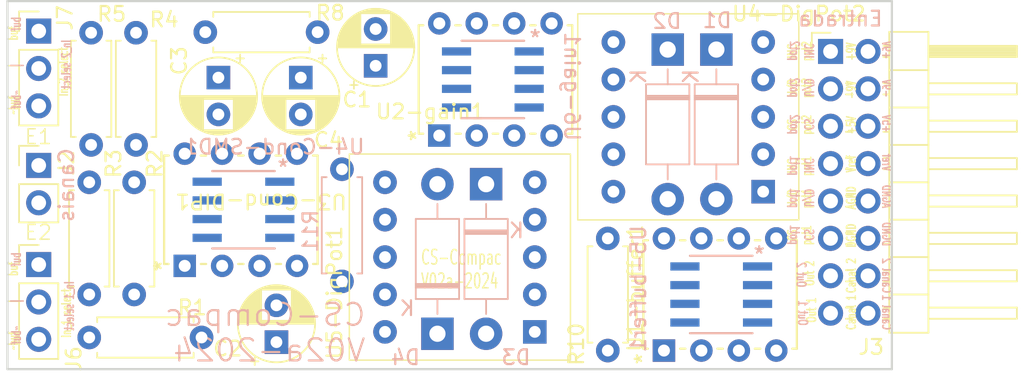
<source format=kicad_pcb>
(kicad_pcb (version 20221018) (generator pcbnew)
  (layers (0 "F.Cu" signal) (31 "B.Cu" signal) (34 "B.Paste" user) (35 "F.Paste" user) (36 "B.SilkS" user "B.Silkscreen") (37 "F.SilkS" user "F.Silkscreen") (38 "B.Mask" user) (39 "F.Mask" user) (44 "Edge.Cuts" user))
  (net 0 "")
  (net 1 "Out_1")
  (net 2 "Earth")
  (net 3 "nó2")
  (net 4 "nó1")
  (net 5 "nó4")
  (net 6 "nó3")
  (net 7 "Out_2")
  (net 8 "Vref")
  (net 9 "Canal_2")
  (net 10 "Canal_1")
  (net 11 "-9V")
  (net 12 "+9V")
  (net 13 "Pot1_CS_(X9c104)")
  (net 14 "Pot1_X9c10x_U{slash}D")
  (net 15 "Pot1_X9c10x_INC")
  (net 16 "Pot2_CS_(X9c104)")
  (net 17 "Pot2_X9c10x_U{slash}D")
  (net 18 "Pot2_X9c10x_INC")
  (net 19 "Canal_1_buffer")
  (net 20 "In_gain_1")
  (net 21 "Canal_2_buffer")
  (net 22 "In_gain_2")
  (net 23 "Canal_1_gain")
  (net 24 "Canal_2_gain")
  (net 25 "+5V")
  (net 26 "GND")
  (net 27 "auxiliar_1")
  (net 28 "auxiliar_2")
  (footprint "X9c10X_module:X9c10X_module" (layer "F.Cu") (at 137.795 102.489 180)
    (fp_text reference "U5-DigPot1" (at 8.509 -2.413 90) (layer "F.SilkS"))
    (fp_text value "X9c10x")
    (pad "1" thru_hole rect (at -5.08 -5.08 180) (size 1.6 1.6) (drill 0.8) (layers "*.Cu" "*.Mask") (net 25 "+5V"))
    (pad "2" thru_hole oval (at -5.08 -2.54 180) (size 1.6 1.6) (drill 0.8) (layers "*.Cu" "*.Mask") (net 26 "GND"))
    (pad "3" thru_hole oval (at -5.08 0 180) (size 1.6 1.6) (drill 0.8) (layers "*.Cu" "*.Mask") (net 15 "Pot1_X9c10x_INC"))
    (pad "4" thru_hole oval (at -5.08 2.54 180) (size 1.6 1.6) (drill 0.8) (layers "*.Cu" "*.Mask") (net 14 "Pot1_X9c10x_U{slash}D"))
    (pad "5" thru_hole oval (at -5.08 5.08 180) (size 1.6 1.6) (drill 0.8) (layers "*.Cu" "*.Mask") (net 13 "Pot1_CS_(X9c104)"))
    (pad "6" thru_hole oval (at 5.08 5.08 180) (size 1.6 1.6) (drill 0.8) (layers "*.Cu" "*.Mask") (net 26 "GND"))
    (pad "7" thru_hole oval (at 5.08 2.54 180) (size 1.6 1.6) (drill 0.8) (layers "*.Cu" "*.Mask") (net 20 "In_gain_1"))
    (pad "8" thru_hole oval (at 5.08 0 180) (size 1.6 1.6) (drill 0.8) (layers "*.Cu" "*.Mask") (net 27 "auxiliar_1"))
    (pad "9" thru_hole oval (at 5.08 -2.54 180) (size 1.6 1.6) (drill 0.8) (layers "*.Cu" "*.Mask") (net 27 "auxiliar_1"))
    (pad "10" thru_hole oval (at 5.08 -5.08 180) (size 1.6 1.6) (drill 0.8) (layers "*.Cu" "*.Mask") (net 25 "+5V"))
  )
  (footprint "Capacitor_THT:CP_Radial_D5.0mm_P2.50mm" (layer "F.Cu") (at 121.412 90.297 -90)
    (fp_text reference "C3" (at -1.143 2.667 90) (layer "F.SilkS"))
    (fp_text value "1 uF")
    (pad "1" thru_hole rect (at 0 0 270) (size 1.6 1.6) (drill 0.8) (layers "*.Cu" "*.Mask") (net 5 "nó4"))
    (pad "2" thru_hole circle (at 2.5 0 270) (size 1.6 1.6) (drill 0.8) (layers "*.Cu" "*.Mask") (net 6 "nó3"))
  )
  (footprint "Connector_PinHeader_2.54mm:PinHeader_1x03_P2.54mm_Vertical" (layer "F.Cu") (at 109.22 87.137)
    (fp_text reference "J7" (at 1.778 -0.904 -90) (layer "F.SilkS"))
    (fp_text value "In_2 select" (at 1.68 2.763 90) (layer "F.SilkS") (effects (font (size 0.6 0.4) (thickness 0.1))))
    (pad "1" thru_hole rect (at 0 0) (size 1.7 1.7) (drill 1) (layers "*.Cu" "*.Mask") (net 21 "Canal_2_buffer"))
    (pad "2" thru_hole oval (at 0 2.54) (size 1.7 1.7) (drill 1) (layers "*.Cu" "*.Mask") (net 22 "In_gain_2"))
    (pad "3" thru_hole oval (at 0 5.08) (size 1.7 1.7) (drill 1) (layers "*.Cu" "*.Mask") (net 9 "Canal_2"))
  )
  (footprint "Resistor_THT:R_Axial_DIN0207_L6.3mm_D2.5mm_P7.62mm_Horizontal" (layer "F.Cu") (at 112.649 107.95)
    (fp_text reference "R1" (at 6.985 -2.032) (layer "F.SilkS"))
    (fp_text value "220")
    (pad "1" thru_hole circle (at 0 0) (size 1.6 1.6) (drill 0.8) (layers "*.Cu" "*.Mask") (net 3 "nó2"))
    (pad "2" thru_hole oval (at 7.62 0) (size 1.6 1.6) (drill 0.8) (layers "*.Cu" "*.Mask") (net 1 "Out_1"))
  )
  (footprint "Resistor_THT:R_Axial_DIN0207_L6.3mm_D2.5mm_P7.62mm_Horizontal" (layer "F.Cu") (at 112.649 105.029 90)
    (fp_text reference "R3" (at 8.89 1.651 270) (layer "F.SilkS"))
    (fp_text value "100k")
    (pad "1" thru_hole circle (at 0 0 90) (size 1.6 1.6) (drill 0.8) (layers "*.Cu" "*.Mask") (net 3 "nó2"))
    (pad "2" thru_hole oval (at 7.62 0 90) (size 1.6 1.6) (drill 0.8) (layers "*.Cu" "*.Mask") (net 2 "Earth"))
  )
  (footprint "Resistor_THT:R_Axial_DIN0207_L6.3mm_D2.5mm_P7.62mm_Horizontal" (layer "F.Cu") (at 115.697 97.409 -90)
    (fp_text reference "R2" (at -1.27 -1.397 90) (layer "F.SilkS"))
    (fp_text value "100k")
    (pad "1" thru_hole circle (at 0 0 270) (size 1.6 1.6) (drill 0.8) (layers "*.Cu" "*.Mask") (net 8 "Vref"))
    (pad "2" thru_hole oval (at 7.62 0 270) (size 1.6 1.6) (drill 0.8) (layers "*.Cu" "*.Mask") (net 3 "nó2"))
  )
  (footprint "Capacitor_THT:CP_Radial_D5.0mm_P2.50mm" (layer "F.Cu") (at 127 90.297 -90)
    (fp_text reference "C4" (at 4.2418 -1.8796 -180) (layer "F.SilkS"))
    (fp_text value "470 pF")
    (pad "1" thru_hole rect (at 0 0 270) (size 1.6 1.6) (drill 0.8) (layers "*.Cu" "*.Mask") (net 7 "Out_2"))
    (pad "2" thru_hole circle (at 2.5 0 270) (size 1.6 1.6) (drill 0.8) (layers "*.Cu" "*.Mask") (net 2 "Earth"))
  )
  (footprint "AD828:N_8_ADI" (layer "F.Cu") (at 119.126 103.084 90)
    (fp_text reference "U3-Cond-DIP1" (at 4.3796 5.1816 180 unlocked) (layer "F.SilkS"))
    (fp_text value "AD828AN")
    (fp_text user "*" (at 0 -1.524 90 unlocked) (layer "F.SilkS"))
    (fp_text user "*" (at 0 -1.524 90) (layer "F.SilkS"))
    (pad "1" thru_hole rect (at 0 0 90) (size 1.524 1.524) (drill 0.8128) (layers "*.Cu" "*.Mask") (net 4 "nó1"))
    (pad "2" thru_hole circle (at 0 2.54 90) (size 1.524 1.524) (drill 0.8128) (layers "*.Cu" "*.Mask") (net 4 "nó1"))
    (pad "3" thru_hole circle (at 0 5.08 90) (size 1.524 1.524) (drill 0.8128) (layers "*.Cu" "*.Mask") (net 23 "Canal_1_gain"))
    (pad "4" thru_hole circle (at 0 7.62 90) (size 1.524 1.524) (drill 0.8128) (layers "*.Cu" "*.Mask") (net 11 "-9V"))
    (pad "5" thru_hole circle (at 7.62 7.62 90) (size 1.524 1.524) (drill 0.8128) (layers "*.Cu" "*.Mask") (net 24 "Canal_2_gain"))
    (pad "6" thru_hole circle (at 7.62 5.08 90) (size 1.524 1.524) (drill 0.8128) (layers "*.Cu" "*.Mask") (net 6 "nó3"))
    (pad "7" thru_hole circle (at 7.62 2.54 90) (size 1.524 1.524) (drill 0.8128) (layers "*.Cu" "*.Mask") (net 6 "nó3"))
    (pad "8" thru_hole circle (at 7.62 0 90) (size 1.524 1.524) (drill 0.8128) (layers "*.Cu" "*.Mask") (net 12 "+9V"))
  )
  (footprint "AD828:N_8_ADI" (layer "F.Cu") (at 151.638 108.839 90)
    (fp_text reference "U1-buffer1" (at 4.239 -1.938 90 unlocked) (layer "F.SilkS"))
    (fp_text value "AD828AN")
    (fp_text user "*" (at -0.561 -1.438 90 unlocked) (layer "F.SilkS"))
    (pad "1" thru_hole rect (at 0 0 90) (size 1.524 1.524) (drill 0.8128) (layers "*.Cu" "*.Mask") (net 19 "Canal_1_buffer"))
    (pad "2" thru_hole circle (at 0 2.54 90) (size 1.524 1.524) (drill 0.8128) (layers "*.Cu" "*.Mask") (net 19 "Canal_1_buffer"))
    (pad "3" thru_hole circle (at 0 5.08 90) (size 1.524 1.524) (drill 0.8128) (layers "*.Cu" "*.Mask") (net 10 "Canal_1"))
    (pad "4" thru_hole circle (at 0 7.62 90) (size 1.524 1.524) (drill 0.8128) (layers "*.Cu" "*.Mask") (net 11 "-9V"))
    (pad "5" thru_hole circle (at 7.62 7.62 90) (size 1.524 1.524) (drill 0.8128) (layers "*.Cu" "*.Mask") (net 9 "Canal_2"))
    (pad "6" thru_hole circle (at 7.62 5.08 90) (size 1.524 1.524) (drill 0.8128) (layers "*.Cu" "*.Mask") (net 21 "Canal_2_buffer"))
    (pad "7" thru_hole circle (at 7.62 2.54 90) (size 1.524 1.524) (drill 0.8128) (layers "*.Cu" "*.Mask") (net 21 "Canal_2_buffer"))
    (pad "8" thru_hole circle (at 7.62 0 90) (size 1.524 1.524) (drill 0.8128) (layers "*.Cu" "*.Mask") (net 12 "+9V"))
  )
  (footprint "Capacitor_THT:CP_Radial_D5.0mm_P2.50mm" (layer "F.Cu") (at 132.08 89.495 90)
    (fp_text reference "C1" (at -2.3006 -1.27 180) (layer "F.SilkS"))
    (fp_text value "470 pF")
    (pad "1" thru_hole rect (at 0 0 90) (size 1.6 1.6) (drill 0.8) (layers "*.Cu" "*.Mask") (net 1 "Out_1"))
    (pad "2" thru_hole circle (at 2.5 0 90) (size 1.6 1.6) (drill 0.8) (layers "*.Cu" "*.Mask") (net 2 "Earth"))
  )
  (footprint "Resistor_THT:R_Axial_DIN0207_L6.3mm_D2.5mm_P7.62mm_Horizontal" (layer "F.Cu") (at 112.776 87.249 -90)
    (fp_text reference "R5" (at -1.27 -1.397 -180) (layer "F.SilkS"))
    (fp_text value "100k")
    (pad "1" thru_hole circle (at 0 0 270) (size 1.6 1.6) (drill 0.8) (layers "*.Cu" "*.Mask") (net 5 "nó4"))
    (pad "2" thru_hole oval (at 7.62 0 270) (size 1.6 1.6) (drill 0.8) (layers "*.Cu" "*.Mask") (net 2 "Earth"))
  )
  (footprint "AD828:N_8_ADI" (layer "F.Cu") (at 136.398 94.234 90)
    (fp_text reference "U2-gain1" (at 1.6256 -0.6096 unlocked) (layer "F.SilkS"))
    (fp_text value "AD828AN")
    (fp_text user "*" (at 0 -1.524 90 unlocked) (layer "F.SilkS"))
    (fp_text user "*" (at 0 -1.524 90) (layer "F.SilkS"))
    (pad "1" thru_hole rect (at 0 0 90) (size 1.524 1.524) (drill 0.8128) (layers "*.Cu" "*.Mask") (net 23 "Canal_1_gain"))
    (pad "2" thru_hole circle (at 0 2.54 90) (size 1.524 1.524) (drill 0.8128) (layers "*.Cu" "*.Mask") (net 27 "auxiliar_1"))
    (pad "3" thru_hole circle (at 0 5.08 90) (size 1.524 1.524) (drill 0.8128) (layers "*.Cu" "*.Mask") (net 2 "Earth"))
    (pad "4" thru_hole circle (at 0 7.62 90) (size 1.524 1.524) (drill 0.8128) (layers "*.Cu" "*.Mask") (net 11 "-9V"))
    (pad "5" thru_hole circle (at 7.62 7.62 90) (size 1.524 1.524) (drill 0.8128) (layers "*.Cu" "*.Mask") (net 2 "Earth"))
    (pad "6" thru_hole circle (at 7.62 5.08 90) (size 1.524 1.524) (drill 0.8128) (layers "*.Cu" "*.Mask") (net 28 "auxiliar_2"))
    (pad "7" thru_hole circle (at 7.62 2.54 90) (size 1.524 1.524) (drill 0.8128) (layers "*.Cu" "*.Mask") (net 24 "Canal_2_gain"))
    (pad "8" thru_hole circle (at 7.62 0 90) (size 1.524 1.524) (drill 0.8128) (layers "*.Cu" "*.Mask") (net 12 "+9V"))
  )
  (footprint "Connector_PinHeader_2.54mm:PinHeader_1x03_P2.54mm_Vertical" (layer "F.Cu") (at 109.22 102.997)
    (fp_text reference "J6" (at 2.38 6.403 90) (layer "F.SilkS"))
    (fp_text value "In_1 select" (at 1.88 3.303 90) (layer "F.SilkS") (effects (font (size 0.6 0.4) (thickness 0.1))))
    (pad "1" thru_hole rect (at 0 0) (size 1.7 1.7) (drill 1) (layers "*.Cu" "*.Mask") (net 19 "Canal_1_buffer"))
    (pad "2" thru_hole oval (at 0 2.54) (size 1.7 1.7) (drill 1) (layers "*.Cu" "*.Mask") (net 20 "In_gain_1"))
    (pad "3" thru_hole oval (at 0 5.08) (size 1.7 1.7) (drill 1) (layers "*.Cu" "*.Mask") (net 10 "Canal_1"))
  )
  (footprint "Connector_PinHeader_2.54mm:PinHeader_1x02_P2.54mm_Vertical" (layer "F.Cu") (at 109.22 96.261)
    (fp_text reference "J2" (at 1.88 -0.161 90) (layer "F.SilkS"))
    (fp_text value "Canais")
    (pad "1" thru_hole rect (at 0 0) (size 1.7 1.7) (drill 1) (layers "*.Cu" "*.Mask") (net 10 "Canal_1"))
    (pad "2" thru_hole oval (at 0 2.54) (size 1.7 1.7) (drill 1) (layers "*.Cu" "*.Mask") (net 9 "Canal_2"))
  )
  (footprint "Resistor_THT:R_Axial_DIN0207_L6.3mm_D2.5mm_P7.62mm_Horizontal" (layer "F.Cu") (at 115.824 94.869 90)
    (fp_text reference "R4" (at 8.509 1.905 180) (layer "F.SilkS"))
    (fp_text value "100k")
    (pad "1" thru_hole circle (at 0 0 90) (size 1.6 1.6) (drill 0.8) (layers "*.Cu" "*.Mask") (net 8 "Vref"))
    (pad "2" thru_hole oval (at 7.62 0 90) (size 1.6 1.6) (drill 0.8) (layers "*.Cu" "*.Mask") (net 5 "nó4"))
  )
  (footprint "Resistor_THT:R_Axial_DIN0207_L6.3mm_D2.5mm_P7.62mm_Horizontal" (layer "F.Cu") (at 147.828 108.839 90)
    (fp_text reference "R10" (at 0.4318 -2.1336 270) (layer "F.SilkS"))
    (fp_text value "51k")
    (pad "1" thru_hole circle (at 0 0 90) (size 1.6 1.6) (drill 0.8) (layers "*.Cu" "*.Mask") (net 27 "auxiliar_1"))
    (pad "2" thru_hole oval (at 7.62 0 90) (size 1.6 1.6) (drill 0.8) (layers "*.Cu" "*.Mask") (net 23 "Canal_1_gain"))
  )
  (footprint "Capacitor_THT:CP_Radial_D5.0mm_P2.50mm" (layer "F.Cu") (at 125.349 108.2661 90)
    (fp_text reference "C2" (at -0.4459 -3.302 180) (layer "F.SilkS"))
    (fp_text value "1 uF")
    (pad "1" thru_hole rect (at 0 0 90) (size 1.6 1.6) (drill 0.8) (layers "*.Cu" "*.Mask") (net 3 "nó2"))
    (pad "2" thru_hole circle (at 2.5 0 90) (size 1.6 1.6) (drill 0.8) (layers "*.Cu" "*.Mask") (net 4 "nó1"))
  )
  (footprint "Resistor_THT:R_Axial_DIN0207_L6.3mm_D2.5mm_P7.62mm_Horizontal" (layer "F.Cu") (at 120.523 87.209)
    (fp_text reference "R8" (at 8.477 -1.309) (layer "F.SilkS"))
    (fp_text value "220")
    (pad "1" thru_hole circle (at 0 0) (size 1.6 1.6) (drill 0.8) (layers "*.Cu" "*.Mask") (net 5 "nó4"))
    (pad "2" thru_hole oval (at 7.62 0) (size 1.6 1.6) (drill 0.8) (layers "*.Cu" "*.Mask") (net 7 "Out_2"))
  )
  (footprint "X9c10X_module:X9c10X_module" (layer "F.Cu") (at 153.289 92.964 180)
    (fp_text reference "U4-DigPot2" (at -7.5 7) (layer "F.SilkS"))
    (fp_text value "X9c10x")
    (pad "1" thru_hole rect (at -5.08 -5.08 180) (size 1.6 1.6) (drill 0.8) (layers "*.Cu" "*.Mask") (net 25 "+5V"))
    (pad "2" thru_hole oval (at -5.08 -2.54 180) (size 1.6 1.6) (drill 0.8) (layers "*.Cu" "*.Mask") (net 26 "GND"))
    (pad "3" thru_hole oval (at -5.08 0 180) (size 1.6 1.6) (drill 0.8) (layers "*.Cu" "*.Mask") (net 18 "Pot2_X9c10x_INC"))
    (pad "4" thru_hole oval (at -5.08 2.54 180) (size 1.6 1.6) (drill 0.8) (layers "*.Cu" "*.Mask") (net 17 "Pot2_X9c10x_U{slash}D"))
    (pad "5" thru_hole oval (at -5.08 5.08 180) (size 1.6 1.6) (drill 0.8) (layers "*.Cu" "*.Mask") (net 16 "Pot2_CS_(X9c104)"))
    (pad "6" thru_hole oval (at 5.08 5.08 180) (size 1.6 1.6) (drill 0.8) (layers "*.Cu" "*.Mask") (net 26 "GND"))
    (pad "7" thru_hole oval (at 5.08 2.54 180) (size 1.6 1.6) (drill 0.8) (layers "*.Cu" "*.Mask") (net 22 "In_gain_2"))
    (pad "8" thru_hole oval (at 5.08 0 180) (size 1.6 1.6) (drill 0.8) (layers "*.Cu" "*.Mask") (net 28 "auxiliar_2"))
    (pad "9" thru_hole oval (at 5.08 -2.54 180) (size 1.6 1.6) (drill 0.8) (layers "*.Cu" "*.Mask") (net 28 "auxiliar_2"))
    (pad "10" thru_hole oval (at 5.08 -5.08 180) (size 1.6 1.6) (drill 0.8) (layers "*.Cu" "*.Mask") (net 25 "+5V"))
  )
  (footprint "Connector_PinHeader_2.54mm:PinHeader_2x08_P2.54mm_Horizontal" (layer "F.Cu") (at 162.941 88.519)
    (fp_text reference "J3" (at 2.759 20.081) (layer "F.SilkS"))
    (fp_text value "Entrada")
    (pad "1" thru_hole oval (at 2.54 0) (size 1.7 1.7) (drill 1) (layers "*.Cu" "*.Mask") (net 12 "+9V"))
    (pad "2" thru_hole oval (at 2.54 2.54) (size 1.7 1.7) (drill 1) (layers "*.Cu" "*.Mask") (net 11 "-9V"))
    (pad "3" thru_hole oval (at 2.54 5.08) (size 1.7 1.7) (drill 1) (layers "*.Cu" "*.Mask") (net 25 "+5V"))
    (pad "4" thru_hole oval (at 2.54 7.62) (size 1.7 1.7) (drill 1) (layers "*.Cu" "*.Mask") (net 8 "Vref"))
    (pad "5" thru_hole oval (at 2.54 10.16) (size 1.7 1.7) (drill 1) (layers "*.Cu" "*.Mask") (net 2 "Earth"))
    (pad "6" thru_hole oval (at 2.54 12.7) (size 1.7 1.7) (drill 1) (layers "*.Cu" "*.Mask") (net 26 "GND"))
    (pad "7" thru_hole oval (at 2.54 15.24) (size 1.7 1.7) (drill 1) (layers "*.Cu" "*.Mask") (net 9 "Canal_2"))
    (pad "8" thru_hole oval (at 2.54 17.78) (size 1.7 1.7) (drill 1) (layers "*.Cu" "*.Mask") (net 10 "Canal_1"))
    (pad "9" thru_hole oval (at 0 15.24) (size 1.7 1.7) (drill 1) (layers "*.Cu" "*.Mask") (net 7 "Out_2"))
    (pad "10" thru_hole oval (at 0 17.78) (size 1.7 1.7) (drill 1) (layers "*.Cu" "*.Mask") (net 1 "Out_1"))
    (pad "11" thru_hole oval (at 0 12.7) (size 1.7 1.7) (drill 1) (layers "*.Cu" "*.Mask") (net 13 "Pot1_CS_(X9c104)"))
    (pad "12" thru_hole oval (at 0 10.16) (size 1.7 1.7) (drill 1) (layers "*.Cu" "*.Mask") (net 14 "Pot1_X9c10x_U{slash}D"))
    (pad "13" thru_hole oval (at 0 7.62) (size 1.7 1.7) (drill 1) (layers "*.Cu" "*.Mask") (net 15 "Pot1_X9c10x_INC"))
    (pad "14" thru_hole oval (at 0 5.08) (size 1.7 1.7) (drill 1) (layers "*.Cu" "*.Mask") (net 16 "Pot2_CS_(X9c104)"))
    (pad "15" thru_hole oval (at 0 2.54) (size 1.7 1.7) (drill 1) (layers "*.Cu" "*.Mask") (net 17 "Pot2_X9c10x_U{slash}D"))
    (pad "16" thru_hole rect (at 0 0) (size 1.7 1.7) (drill 1) (layers "*.Cu" "*.Mask") (net 18 "Pot2_X9c10x_INC"))
  )
  (footprint "AD8056ARZ:R_8_ADI" (layer "B.Cu") (at 123.1138 99.274 180)
    (fp_text reference "U4-Cond-SMD1" (at -2.0862 4.274 unlocked) (layer "B.SilkS") (effects (justify mirror)))
    (fp_text value "AD8056ARZ")
    (fp_text user "*" (at -2.6862 2.874 unlocked) (layer "B.SilkS") (effects (justify mirror)))
    (pad "1" smd rect (at -2.4638 1.905 180) (size 1.9812 0.5588) (layers "B.Cu" "B.Paste" "B.Mask") (net 4 "nó1"))
    (pad "2" smd rect (at -2.4638 0.635 180) (size 1.9812 0.5588) (layers "B.Cu" "B.Paste" "B.Mask") (net 4 "nó1"))
    (pad "3" smd rect (at -2.4638 -0.635 180) (size 1.9812 0.5588) (layers "B.Cu" "B.Paste" "B.Mask") (net 23 "Canal_1_gain"))
    (pad "4" smd rect (at -2.4638 -1.905 180) (size 1.9812 0.5588) (layers "B.Cu" "B.Paste" "B.Mask") (net 11 "-9V"))
    (pad "5" smd rect (at 2.4638 -1.905 180) (size 1.9812 0.5588) (layers "B.Cu" "B.Paste" "B.Mask") (net 24 "Canal_2_gain"))
    (pad "6" smd rect (at 2.4638 -0.635 180) (size 1.9812 0.5588) (layers "B.Cu" "B.Paste" "B.Mask") (net 6 "nó3"))
    (pad "7" smd rect (at 2.4638 0.635 180) (size 1.9812 0.5588) (layers "B.Cu" "B.Paste" "B.Mask") (net 6 "nó3"))
    (pad "8" smd rect (at 2.4638 1.905 180) (size 1.9812 0.5588) (layers "B.Cu" "B.Paste" "B.Mask") (net 12 "+9V"))
  )
  (footprint "AD8056ARZ:R_8_ADI" (layer "B.Cu") (at 140.0302 90.424 180)
    (fp_text reference "U6-gain1" (at -5.3698 -0.476 270 unlocked) (layer "B.SilkS") (effects (justify mirror)))
    (fp_text value "AD8056ARZ")
    (fp_text user "*" (at -2.8698 2.824 unlocked) (layer "B.SilkS") (effects (justify mirror)))
    (pad "1" smd rect (at -2.4638 1.905 180) (size 1.9812 0.5588) (layers "B.Cu" "B.Paste" "B.Mask") (net 23 "Canal_1_gain"))
    (pad "2" smd rect (at -2.4638 0.635 180) (size 1.9812 0.5588) (layers "B.Cu" "B.Paste" "B.Mask") (net 27 "auxiliar_1"))
    (pad "3" smd rect (at -2.4638 -0.635 180) (size 1.9812 0.5588) (layers "B.Cu" "B.Paste" "B.Mask") (net 2 "Earth"))
    (pad "4" smd rect (at -2.4638 -1.905 180) (size 1.9812 0.5588) (layers "B.Cu" "B.Paste" "B.Mask") (net 11 "-9V"))
    (pad "5" smd rect (at 2.4638 -1.905 180) (size 1.9812 0.5588) (layers "B.Cu" "B.Paste" "B.Mask") (net 2 "Earth"))
    (pad "6" smd rect (at 2.4638 -0.635 180) (size 1.9812 0.5588) (layers "B.Cu" "B.Paste" "B.Mask") (net 28 "auxiliar_2"))
    (pad "7" smd rect (at 2.4638 0.635 180) (size 1.9812 0.5588) (layers "B.Cu" "B.Paste" "B.Mask") (net 24 "Canal_2_gain"))
    (pad "8" smd rect (at 2.4638 1.905 180) (size 1.9812 0.5588) (layers "B.Cu" "B.Paste" "B.Mask") (net 12 "+9V"))
  )
  (footprint "Diode_THT:D_DO-41_SOD81_P10.16mm_Horizontal" (layer "B.Cu") (at 136.271 107.696 90)
    (fp_text reference "D4" (at -1.604 -2.171 180) (layer "B.SilkS") (effects (justify mirror)))
    (fp_text value "1N5819")
    (fp_text user "K" (at 1.7272 -2.0574 180) (layer "B.SilkS") (effects (justify mirror)))
    (pad "1" thru_hole rect (at 0 0 90) (size 2.2 2.2) (drill 1.1) (layers "*.Cu" "*.Mask") (net 7 "Out_2"))
    (pad "2" thru_hole oval (at 10.16 0 90) (size 2.2 2.2) (drill 1.1) (layers "*.Cu" "*.Mask") (net 2 "Earth"))
  )
  (footprint "Resistor_THT:R_Axial_DIN0207_L6.3mm_D2.5mm_P7.62mm_Horizontal" (layer "B.Cu") (at 129.794 96.52 -90)
    (fp_text reference "R11" (at 4.2164 2.1336 90) (layer "B.SilkS") (effects (justify mirror)))
    (fp_text value "51k")
    (pad "1" thru_hole circle (at 0 0 270) (size 1.6 1.6) (drill 0.8) (layers "*.Cu" "*.Mask") (net 28 "auxiliar_2"))
    (pad "2" thru_hole oval (at 7.62 0 270) (size 1.6 1.6) (drill 0.8) (layers "*.Cu" "*.Mask") (net 24 "Canal_2_gain"))
  )
  (footprint "AD8056ARZ:R_8_ADI" (layer "B.Cu") (at 155.5242 105.029 180)
    (fp_text reference "U5-buffer1" (at 5.6134 0.381 90 unlocked) (layer "B.SilkS") (effects (justify mirror)))
    (fp_text value "AD8056ARZ")
    (fp_text user "*" (at -2.5758 2.729 unlocked) (layer "B.SilkS") (effects (justify mirror)))
    (pad "1" smd rect (at -2.4638 1.905 180) (size 1.9812 0.5588) (layers "B.Cu" "B.Paste" "B.Mask") (net 19 "Canal_1_buffer"))
    (pad "2" smd rect (at -2.4638 0.635 180) (size 1.9812 0.5588) (layers "B.Cu" "B.Paste" "B.Mask") (net 19 "Canal_1_buffer"))
    (pad "3" smd rect (at -2.4638 -0.635 180) (size 1.9812 0.5588) (layers "B.Cu" "B.Paste" "B.Mask") (net 10 "Canal_1"))
    (pad "4" smd rect (at -2.4638 -1.905 180) (size 1.9812 0.5588) (layers "B.Cu" "B.Paste" "B.Mask") (net 11 "-9V"))
    (pad "5" smd rect (at 2.4638 -1.905 180) (size 1.9812 0.5588) (layers "B.Cu" "B.Paste" "B.Mask") (net 9 "Canal_2"))
    (pad "6" smd rect (at 2.4638 -0.635 180) (size 1.9812 0.5588) (layers "B.Cu" "B.Paste" "B.Mask") (net 21 "Canal_2_buffer"))
    (pad "7" smd rect (at 2.4638 0.635 180) (size 1.9812 0.5588) (layers "B.Cu" "B.Paste" "B.Mask") (net 21 "Canal_2_buffer"))
    (pad "8" smd rect (at 2.4638 1.905 180) (size 1.9812 0.5588) (layers "B.Cu" "B.Paste" "B.Mask") (net 12 "+9V"))
  )
  (footprint "Diode_THT:D_DO-41_SOD81_P10.16mm_Horizontal" (layer "B.Cu") (at 139.573 97.536 -90)
    (fp_text reference "D3" (at 11.764 -2.027 -180) (layer "B.SilkS") (effects (justify mirror)))
    (fp_text value "1N5819")
    (fp_text user "K" (at 3.1496 -2.0574 -180) (layer "B.SilkS") (effects (justify mirror)))
    (pad "1" thru_hole rect (at 0 0 270) (size 2.2 2.2) (drill 1.1) (layers "*.Cu" "*.Mask") (net 8 "Vref"))
    (pad "2" thru_hole oval (at 10.16 0 270) (size 2.2 2.2) (drill 1.1) (layers "*.Cu" "*.Mask") (net 7 "Out_2"))
  )
  (footprint "Diode_THT:D_DO-41_SOD81_P10.16mm_Horizontal" (layer "B.Cu") (at 151.892 88.392 -90)
    (fp_text reference "D2" (at -1.9304 0.0508 -180) (layer "B.SilkS") (effects (justify mirror)))
    (fp_text value "1N5819")
    (fp_text user "K" (at 1.8288 1.9812 90) (layer "B.SilkS") (effects (justify mirror)))
    (pad "1" thru_hole rect (at 0 0 270) (size 2.2 2.2) (drill 1.1) (layers "*.Cu" "*.Mask") (net 1 "Out_1"))
    (pad "2" thru_hole oval (at 10.16 0 270) (size 2.2 2.2) (drill 1.1) (layers "*.Cu" "*.Mask") (net 2 "Earth"))
  )
  (footprint "Diode_THT:D_DO-41_SOD81_P10.16mm_Horizontal" (layer "B.Cu") (at 155.194 88.392 -90)
    (fp_text reference "D1" (at -1.9812 -0.0508) (layer "B.SilkS") (effects (justify mirror)))
    (fp_text value "1N5819")
    (fp_text user "K" (at 1.8288 1.7272 90) (layer "B.SilkS") (effects (justify mirror)))
    (pad "1" thru_hole rect (at 0 0 270) (size 2.2 2.2) (drill 1.1) (layers "*.Cu" "*.Mask") (net 8 "Vref"))
    (pad "2" thru_hole oval (at 10.16 0 270) (size 2.2 2.2) (drill 1.1) (layers "*.Cu" "*.Mask") (net 1 "Out_1"))
  )
  (gr_line (start 167.1 85.1) (end 167.1 110.1) (stroke (width 0.15)) (layer "Edge.Cuts"))
  (gr_line (start 107.1 85.1) (end 107.1 110.1) (stroke (width 0.15)) (layer "Edge.Cuts"))
  (gr_line (start 107.1 85.1) (end 167.1 85.1) (stroke (width 0.15)) (layer "Edge.Cuts"))
  (gr_line (start 107.1 110.1) (end 167.1 110.1) (stroke (width 0.15)) (layer "Edge.Cuts"))
  (gr_text "INC\npot1" (at 160.145 96.2778 -90) (layer "B.SilkS") (effects (font (size 0.6 0.4) (thickness 0.1) bold) (justify bottom mirror)))
  (gr_text "Canal 1" (at 166.4 107.5 -90) (layer "B.SilkS") (effects (font (size 0.6 0.4) (thickness 0.1) bold) (justify left bottom mirror)))
  (gr_text "CS-Compac\nV02a-2024" (at 131.5 109.7) (layer "B.SilkS") (effects (font (size 1.5 1.5)) (justify left bottom mirror)))
  (gr_text "Canais" (at 111.1 97.6 90) (layer "B.SilkS") (effects (font (size 1 1)) (justify mirror)))
  (gr_text "Vref" (at 166.4 96.7 -90) (layer "B.SilkS") (effects (font (size 0.6 0.4) (thickness 0.1) bold) (justify left bottom mirror)))
  (gr_text "CS\npot1" (at 160.145 100.9778 -90) (layer "B.SilkS") (effects (font (size 0.6 0.4) (thickness 0.1) bold) (justify bottom mirror)))
  (gr_text "U/D\npot2\n" (at 160.145 90.9778 -90) (layer "B.SilkS") (effects (font (size 0.6 0.4) (thickness 0.1) bold) (justify bottom mirror)))
  (gr_text "buf 	|	 ~buf" (at 107.7 89.3 90) (layer "B.SilkS") (effects (font (size 0.6 0.4) (thickness 0.1)) (justify mirror)))
  (gr_text "Out 2" (at 160.6 104.6 -90) (layer "B.SilkS") (effects (font (size 0.6 0.4) (thickness 0.1) bold) (justify left bottom mirror)))
  (gr_text "CS\npot2\n" (at 160.145 93.4778 -90) (layer "B.SilkS") (effects (font (size 0.6 0.4) (thickness 0.1) bold) (justify bottom mirror)))
  (gr_text "+9V" (at 166.4 89.1 -90) (layer "B.SilkS") (effects (font (size 0.6 0.4) (thickness 0.1) bold) (justify left bottom mirror)))
  (gr_text "AGND" (at 166.4 99.214 -90) (layer "B.SilkS") (effects (font (size 0.6 0.4) (thickness 0.1) bold) (justify left bottom mirror)))
  (gr_text "-9V" (at 166.4 91.7 -90) (layer "B.SilkS") (effects (font (size 0.6 0.4) (thickness 0.1) bold) (justify left bottom mirror)))
  (gr_text "In_2 select" (at 111.1 89.4 90) (layer "B.SilkS") (effects (font (size 0.6 0.4) (thickness 0.1)) (justify mirror)))
  (gr_text "DGND" (at 166.4 101.8048 -90) (layer "B.SilkS") (effects (font (size 0.6 0.4) (thickness 0.1) bold) (justify left bottom mirror)))
  (gr_text "Entrada" (at 163.6 86.3) (layer "B.SilkS") (effects (font (size 1 1)) (justify mirror)))
  (gr_text "buf 	|	 ~buf" (at 107.7 105.3 90) (layer "B.SilkS") (effects (font (size 0.6 0.4) (thickness 0.1)) (justify mirror)))
  (gr_text "In_1 select" (at 111.3 105.8 90) (layer "B.SilkS") (effects (font (size 0.6 0.4) (thickness 0.1)) (justify mirror)))
  (gr_text "Out 1" (at 160.7 107.2 -90) (layer "B.SilkS") (effects (font (size 0.6 0.4) (thickness 0.1) bold) (justify left bottom mirror)))
  (gr_text "+5V" (at 166.4 94.1 -90) (layer "B.SilkS") (effects (font (size 0.6 0.4) (thickness 0.1) bold) (justify left bottom mirror)))
  (gr_text "U/D\npot1" (at 160.145 98.4778 -90) (layer "B.SilkS") (effects (font (size 0.6 0.4) (thickness 0.1) bold) (justify bottom mirror)))
  (gr_text "INC\npot2\n" (at 160.145 88.4778 -90) (layer "B.SilkS") (effects (font (size 0.6 0.4) (thickness 0.1) bold) (justify bottom mirror)))
  (gr_text "Canal 2" (at 166.4 105 -90) (layer "B.SilkS") (effects (font (size 0.6 0.4) (thickness 0.1) bold) (justify left bottom mirror)))
  (gr_text "U/D\npot1" (at 161.671 98.5 90) (layer "F.SilkS") (effects (font (size 0.6 0.4) (thickness 0.1) bold) (justify bottom)))
  (gr_text "Canal 2" (at 164.7 105 90) (layer "F.SilkS") (effects (font (size 0.6 0.4) (thickness 0.1) bold) (justify left bottom)))
  (gr_text "AGND" (at 164.7 99.314 90) (layer "F.SilkS") (effects (font (size 0.6 0.4) (thickness 0.1) bold) (justify left bottom)))
  (gr_text "~buf 	|	 buf" (at 107.5 89.8 90) (layer "F.SilkS") (effects (font (size 0.6 0.4) (thickness 0.1))))
  (gr_text "Canal 1" (at 164.7 107.5 90) (layer "F.SilkS") (effects (font (size 0.6 0.4) (thickness 0.1) bold) (justify left bottom)))
  (gr_text "~buf 	|	 buf" (at 107.5 105.8 90) (layer "F.SilkS") (effects (font (size 0.6 0.4) (thickness 0.1))))
  (gr_text "Vref" (at 164.7 96.8 90) (layer "F.SilkS") (effects (font (size 0.6 0.4) (thickness 0.1) bold) (justify left bottom)))
  (gr_text "CS\npot1" (at 161.671 101 90) (layer "F.SilkS") (effects (font (size 0.6 0.4) (thickness 0.1) bold) (justify bottom)))
  (gr_text "E1" (at 108.2 94.9) (layer "F.SilkS") (effects (font (size 1 1) (thickness 0.1)) (justify left bottom)))
  (gr_text "CS-Compac\nV02a-2024" (at 135.1 104.7) (layer "F.SilkS") (effects (font (size 1 0.6) (thickness 0.1) bold) (justify left bottom)))
  (gr_text "-9V" (at 164.7 91.8 90) (layer "F.SilkS") (effects (font (size 0.6 0.4) (thickness 0.1) bold) (justify left bottom)))
  (gr_text "U/D\npot2\n" (at 161.671 91 90) (layer "F.SilkS") (effects (font (size 0.6 0.4) (thickness 0.1) bold) (justify bottom)))
  (gr_text "DGND" (at 164.7 101.9048 90) (layer "F.SilkS") (effects (font (size 0.6 0.4) (thickness 0.1) bold) (justify left bottom)))
  (gr_text "E2" (at 108.2 101.4) (layer "F.SilkS") (effects (font (size 1 1) (thickness 0.1)) (justify left bottom)))
  (gr_text "CS\npot2\n" (at 161.671 93.5 90) (layer "F.SilkS") (effects (font (size 0.6 0.4) (thickness 0.1) bold) (justify bottom)))
  (gr_text "Out 2" (at 161.871 104.5 90) (layer "F.SilkS") (effects (font (size 0.6 0.4) (thickness 0.1) bold) (justify left bottom)))
  (gr_text "+5V" (at 164.7 94.2 90) (layer "F.SilkS") (effects (font (size 0.6 0.4) (thickness 0.1) bold) (justify left bottom)))
  (gr_text "+9V" (at 164.7 89.2 90) (layer "F.SilkS") (effects (font (size 0.6 0.4) (thickness 0.1) bold) (justify left bottom)))
  (gr_text "INC\npot1" (at 161.671 96.3 90) (layer "F.SilkS") (effects (font (size 0.6 0.4) (thickness 0.1) bold) (justify bottom)))
  (gr_text "Out 1" (at 162 107 90) (layer "F.SilkS") (effects (font (size 0.6 0.4) (thickness 0.1) bold) (justify left bottom)))
  (gr_text "INC\npot2\n" (at 161.671 88.5 90) (layer "F.SilkS") (effects (font (size 0.6 0.4) (thickness 0.1) bold) (justify bottom)))
)
</source>
